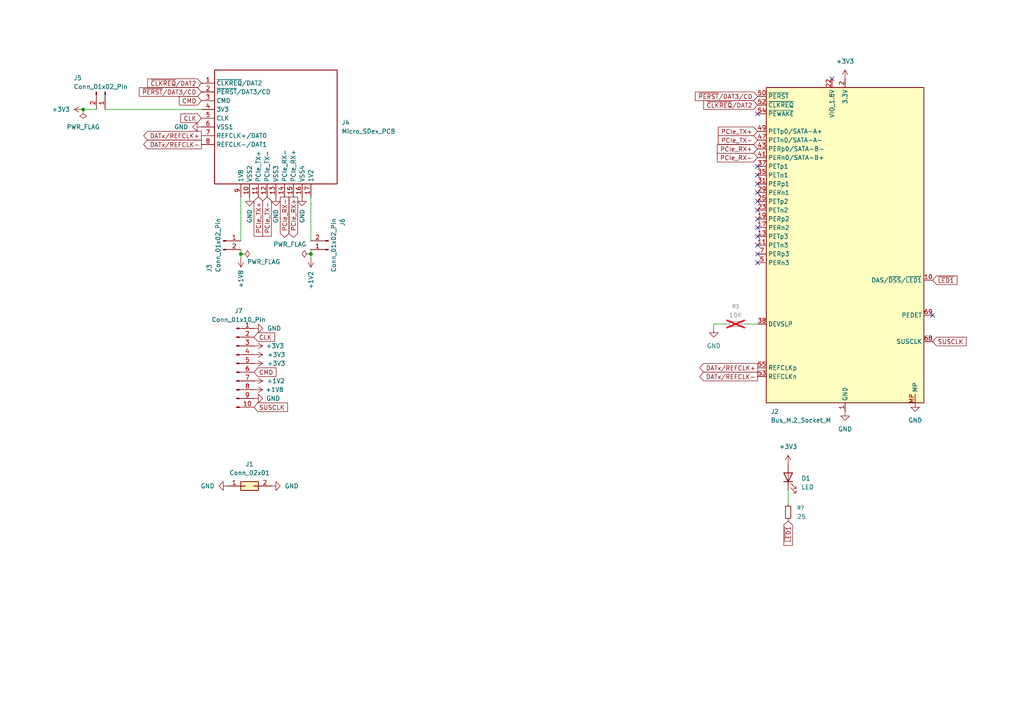
<source format=kicad_sch>
(kicad_sch (version 20250114) (generator "eeschema") (generator_version "9.0")
  (paper "A4")
  (lib_symbols
    (symbol "Connector:Conn_01x02_Pin" (pin_names (offset 1.016) (hide yes))
      (property "Reference" "J" (at 0 2.54 0))
      (property "Value" "Conn_01x02_Pin" (at 0 -5.08 0))
      (symbol "Conn_01x02_Pin_1_1"
        (rectangle (start 0.8636 0.127) (end 0 -0.127) (stroke (width 0.1524)) (fill (type outline)))
        (rectangle (start 0.8636 -2.413) (end 0 -2.667) (stroke (width 0.1524)) (fill (type outline)))
        (polyline (pts (xy 1.27 0) (xy 0.8636 0)) (stroke (width 0.1524)))
        (polyline (pts (xy 1.27 -2.54) (xy 0.8636 -2.54)) (stroke (width 0.1524)))
        (pin passive line (at 5.08 0 180) (length 3.81) (name "Pin_1") (number "1"))
        (pin passive line (at 5.08 -2.54 180) (length 3.81) (name "Pin_2") (number "2"))
      )
    )
    (symbol "Connector:Conn_01x10_Pin" (pin_names (offset 1.016) (hide yes))
      (property "Reference" "J" (at 0 12.7 0))
      (property "Value" "Conn_01x10_Pin" (at 0 -15.24 0))
      (symbol "Conn_01x10_Pin_1_1"
        (rectangle (start 0.8636 10.287) (end 0 10.033) (stroke (width 0.1524)) (fill (type outline)))
        (rectangle (start 0.8636 7.747) (end 0 7.493) (stroke (width 0.1524)) (fill (type outline)))
        (rectangle (start 0.8636 5.207) (end 0 4.953) (stroke (width 0.1524)) (fill (type outline)))
        (rectangle (start 0.8636 2.667) (end 0 2.413) (stroke (width 0.1524)) (fill (type outline)))
        (rectangle (start 0.8636 0.127) (end 0 -0.127) (stroke (width 0.1524)) (fill (type outline)))
        (rectangle (start 0.8636 -2.413) (end 0 -2.667) (stroke (width 0.1524)) (fill (type outline)))
        (rectangle (start 0.8636 -4.953) (end 0 -5.207) (stroke (width 0.1524)) (fill (type outline)))
        (rectangle (start 0.8636 -7.493) (end 0 -7.747) (stroke (width 0.1524)) (fill (type outline)))
        (rectangle (start 0.8636 -10.033) (end 0 -10.287) (stroke (width 0.1524)) (fill (type outline)))
        (rectangle (start 0.8636 -12.573) (end 0 -12.827) (stroke (width 0.1524)) (fill (type outline)))
        (polyline (pts (xy 1.27 10.16) (xy 0.8636 10.16)) (stroke (width 0.1524)))
        (polyline (pts (xy 1.27 7.62) (xy 0.8636 7.62)) (stroke (width 0.1524)))
        (polyline (pts (xy 1.27 5.08) (xy 0.8636 5.08)) (stroke (width 0.1524)))
        (polyline (pts (xy 1.27 2.54) (xy 0.8636 2.54)) (stroke (width 0.1524)))
        (polyline (pts (xy 1.27 0) (xy 0.8636 0)) (stroke (width 0.1524)))
        (polyline (pts (xy 1.27 -2.54) (xy 0.8636 -2.54)) (stroke (width 0.1524)))
        (polyline (pts (xy 1.27 -5.08) (xy 0.8636 -5.08)) (stroke (width 0.1524)))
        (polyline (pts (xy 1.27 -7.62) (xy 0.8636 -7.62)) (stroke (width 0.1524)))
        (polyline (pts (xy 1.27 -10.16) (xy 0.8636 -10.16)) (stroke (width 0.1524)))
        (polyline (pts (xy 1.27 -12.7) (xy 0.8636 -12.7)) (stroke (width 0.1524)))
        (pin passive line (at 5.08 10.16 180) (length 3.81) (name "Pin_1") (number "1"))
        (pin passive line (at 5.08 7.62 180) (length 3.81) (name "Pin_2") (number "2"))
        (pin passive line (at 5.08 5.08 180) (length 3.81) (name "Pin_3") (number "3"))
        (pin passive line (at 5.08 2.54 180) (length 3.81) (name "Pin_4") (number "4"))
        (pin passive line (at 5.08 0 180) (length 3.81) (name "Pin_5") (number "5"))
        (pin passive line (at 5.08 -2.54 180) (length 3.81) (name "Pin_6") (number "6"))
        (pin passive line (at 5.08 -5.08 180) (length 3.81) (name "Pin_7") (number "7"))
        (pin passive line (at 5.08 -7.62 180) (length 3.81) (name "Pin_8") (number "8"))
        (pin passive line (at 5.08 -10.16 180) (length 3.81) (name "Pin_9") (number "9"))
        (pin passive line (at 5.08 -12.7 180) (length 3.81) (name "Pin_10") (number "10"))
      )
    )
    (symbol "Connector_Generic:Conn_02x01" (pin_names (offset 1.016) (hide yes))
      (property "Reference" "J" (at 1.27 2.54 0))
      (property "Value" "Conn_02x01" (at 1.27 -2.54 0))
      (symbol "Conn_02x01_1_1"
        (rectangle (start -1.27 1.27) (end 3.81 -1.27) (stroke (width 0.254)) (fill (type background)))
        (rectangle (start -1.27 0.127) (end 0 -0.127) (stroke (width 0.1524)))
        (rectangle (start 3.81 0.127) (end 2.54 -0.127) (stroke (width 0.1524)))
        (pin passive line (at -5.08 0 0) (length 3.81) (name "Pin_1") (number "1"))
        (pin passive line (at 7.62 0 180) (length 3.81) (name "Pin_2") (number "2"))
      )
    )
    (symbol "Device:LED" (pin_numbers (hide yes)) (pin_names (offset 1.016) (hide yes))
      (property "Reference" "D" (at 0 2.54 0))
      (property "Value" "LED" (at 0 -2.54 0))
      (symbol "LED_0_1"
        (polyline (pts (xy -3.048 -0.762) (xy -4.572 -2.286) (xy -3.81 -2.286) (xy -4.572 -2.286) (xy -4.572 -1.524)))
        (polyline (pts (xy -1.778 -0.762) (xy -3.302 -2.286) (xy -2.54 -2.286) (xy -3.302 -2.286) (xy -3.302 -1.524)))
        (polyline (pts (xy -1.27 0) (xy 1.27 0)))
        (polyline (pts (xy -1.27 -1.27) (xy -1.27 1.27)) (stroke (width 0.254)))
        (polyline (pts (xy 1.27 -1.27) (xy 1.27 1.27) (xy -1.27 0) (xy 1.27 -1.27)) (stroke (width 0.254)))
      )
      (symbol "LED_1_1"
        (pin passive line (at -3.81 0 0) (length 2.54) (name "K") (number "1"))
        (pin passive line (at 3.81 0 180) (length 2.54) (name "A") (number "2"))
      )
    )
    (symbol "Device:R_Small" (pin_numbers (hide yes)) (pin_names (offset 0.254) (hide yes))
      (property "Reference" "R" (at 0 0 90))
      (property "Value" "R_Small" (at 1.778 0 90))
      (symbol "R_Small_0_1"
        (rectangle (start -0.762 1.778) (end 0.762 -1.778) (stroke (width 0.2032)))
      )
      (symbol "R_Small_1_1"
        (pin passive line (at 0 2.54 270) (length 0.762) (name "~") (number "1"))
        (pin passive line (at 0 -2.54 90) (length 0.762) (name "~") (number "2"))
      )
    )
    (symbol "m1cha:Bus_M.2_Socket_M_Platform"
      (property "Reference" "J" (at -22.86 46.99 0))
      (property "Value" "Bus_M.2_Socket_M_Platform" (at 16.51 46.99 0))
      (symbol "Bus_M.2_Socket_M_Platform_0_1"
        (rectangle (start -22.86 45.72) (end 22.86 -45.72) (stroke (width 0.254)) (fill (type background)))
      )
      (symbol "Bus_M.2_Socket_M_Platform_1_1"
        (pin input line (at -25.4 43.18 0) (length 2.54) (name "~{PERST}") (number "50"))
        (pin bidirectional line (at -25.4 40.64 0) (length 2.54) (name "~{CLKREQ}") (number "52"))
        (pin bidirectional line (at -25.4 38.1 0) (length 2.54) (name "~{PEWAKE}") (number "54"))
        (pin input line (at -25.4 33.02 0) (length 2.54) (name "PETp0/SATA-A+") (number "49"))
        (pin input line (at -25.4 30.48 0) (length 2.54) (name "PETn0/SATA-A-") (number "47"))
        (pin output line (at -25.4 27.94 0) (length 2.54) (name "PERp0/SATA-B-") (number "43"))
        (pin output line (at -25.4 25.4 0) (length 2.54) (name "PERn0/SATA-B+") (number "41"))
        (pin input line (at -25.4 22.86 0) (length 2.54) (name "PETp1") (number "37"))
        (pin input line (at -25.4 20.32 0) (length 2.54) (name "PETn1") (number "35"))
        (pin output line (at -25.4 17.78 0) (length 2.54) (name "PERp1") (number "31"))
        (pin output line (at -25.4 15.24 0) (length 2.54) (name "PERn1") (number "29"))
        (pin input line (at -25.4 12.7 0) (length 2.54) (name "PETp2") (number "25"))
        (pin input line (at -25.4 10.16 0) (length 2.54) (name "PETn2") (number "23"))
        (pin output line (at -25.4 7.62 0) (length 2.54) (name "PERp2") (number "19"))
        (pin output line (at -25.4 5.08 0) (length 2.54) (name "PERn2") (number "17"))
        (pin input line (at -25.4 2.54 0) (length 2.54) (name "PETp3") (number "13"))
        (pin input line (at -25.4 0 0) (length 2.54) (name "PETn3") (number "11"))
        (pin output line (at -25.4 -2.54 0) (length 2.54) (name "PERp3") (number "7"))
        (pin output line (at -25.4 -5.08 0) (length 2.54) (name "PERn3") (number "5"))
        (pin input line (at -25.4 -22.86 0) (length 2.54) (name "DEVSLP") (number "38"))
        (pin input line (at -25.4 -35.56 0) (length 2.54) (name "REFCLKp") (number "55"))
        (pin input line (at -25.4 -38.1 0) (length 2.54) (name "REFCLKn") (number "53"))
        (pin power_in line (at -3.81 48.26 270) (length 2.54) (name "VIO_1.8V") (number "22"))
        (pin passive line (at 0 48.26 270) (length 2.54) (hide yes) (name "3.3V") (number "12"))
        (pin passive line (at 0 48.26 270) (length 2.54) (hide yes) (name "3.3V") (number "14"))
        (pin passive line (at 0 48.26 270) (length 2.54) (hide yes) (name "3.3V") (number "16"))
        (pin passive line (at 0 48.26 270) (length 2.54) (hide yes) (name "3.3V") (number "18"))
        (pin power_in line (at 0 48.26 270) (length 2.54) (name "3.3V") (number "2"))
        (pin passive line (at 0 48.26 270) (length 2.54) (hide yes) (name "3.3V") (number "4"))
        (pin passive line (at 0 48.26 270) (length 2.54) (hide yes) (name "3.3V") (number "70"))
        (pin passive line (at 0 48.26 270) (length 2.54) (hide yes) (name "3.3V") (number "72"))
        (pin passive line (at 0 48.26 270) (length 2.54) (hide yes) (name "3.3V") (number "74"))
        (pin power_in line (at 0 -48.26 90) (length 2.54) (name "GND") (number "1"))
        (pin passive line (at 0 -48.26 90) (length 2.54) (hide yes) (name "GND") (number "15"))
        (pin passive line (at 0 -48.26 90) (length 2.54) (hide yes) (name "GND") (number "21"))
        (pin passive line (at 0 -48.26 90) (length 2.54) (hide yes) (name "GND") (number "27"))
        (pin passive line (at 0 -48.26 90) (length 2.54) (hide yes) (name "GND") (number "3"))
        (pin passive line (at 0 -48.26 90) (length 2.54) (hide yes) (name "GND") (number "33"))
        (pin passive line (at 0 -48.26 90) (length 2.54) (hide yes) (name "GND") (number "39"))
        (pin passive line (at 0 -48.26 90) (length 2.54) (hide yes) (name "GND") (number "45"))
        (pin passive line (at 0 -48.26 90) (length 2.54) (hide yes) (name "GND") (number "51"))
        (pin passive line (at 0 -48.26 90) (length 2.54) (hide yes) (name "GND") (number "57"))
        (pin passive line (at 0 -48.26 90) (length 2.54) (hide yes) (name "GND") (number "71"))
        (pin passive line (at 0 -48.26 90) (length 2.54) (hide yes) (name "GND") (number "73"))
        (pin passive line (at 0 -48.26 90) (length 2.54) (hide yes) (name "GND") (number "75"))
        (pin passive line (at 0 -48.26 90) (length 2.54) (hide yes) (name "GND") (number "9"))
        (pin power_in line (at 20.32 -45.72 90) (length 2.54) (name "MP") (number "MP"))
        (pin no_connect line (at 22.86 40.64 180) (length 2.54) (hide yes) (name "NC") (number "58"))
        (pin no_connect line (at 22.86 38.1 180) (length 2.54) (hide yes) (name "NC") (number "56"))
        (pin no_connect line (at 22.86 35.56 180) (length 2.54) (hide yes) (name "NC") (number "48"))
        (pin no_connect line (at 22.86 33.02 180) (length 2.54) (hide yes) (name "NC") (number "46"))
        (pin no_connect line (at 22.86 30.48 180) (length 2.54) (hide yes) (name "NC") (number "44"))
        (pin no_connect line (at 22.86 27.94 180) (length 2.54) (hide yes) (name "NC") (number "42"))
        (pin no_connect line (at 22.86 25.4 180) (length 2.54) (hide yes) (name "NC") (number "40"))
        (pin no_connect line (at 22.86 22.86 180) (length 2.54) (hide yes) (name "NC") (number "36"))
        (pin no_connect line (at 22.86 20.32 180) (length 2.54) (hide yes) (name "NC") (number "34"))
        (pin no_connect line (at 22.86 17.78 180) (length 2.54) (hide yes) (name "NC") (number "32"))
        (pin no_connect line (at 22.86 15.24 180) (length 2.54) (hide yes) (name "NC") (number "30"))
        (pin no_connect line (at 22.86 12.7 180) (length 2.54) (hide yes) (name "NC") (number "28"))
        (pin no_connect line (at 22.86 10.16 180) (length 2.54) (hide yes) (name "NC") (number "26"))
        (pin no_connect line (at 22.86 7.62 180) (length 2.54) (hide yes) (name "NC") (number "24"))
        (pin no_connect line (at 22.86 2.54 180) (length 2.54) (hide yes) (name "NC") (number "20"))
        (pin no_connect line (at 22.86 0 180) (length 2.54) (hide yes) (name "NC") (number "8"))
        (pin no_connect line (at 22.86 -2.54 180) (length 2.54) (hide yes) (name "NC") (number "6"))
        (pin no_connect line (at 22.86 -5.08 180) (length 2.54) (hide yes) (name "NC") (number "67"))
        (pin bidirectional line (at 25.4 -10.16 180) (length 2.54) (name "DAS/~{DSS}/~{LED1}") (number "10"))
        (pin passive line (at 25.4 -20.32 180) (length 2.54) (name "PEDET") (number "69"))
        (pin input line (at 25.4 -27.94 180) (length 2.54) (name "SUSCLK") (number "68"))
      )
    )
    (symbol "m1cha:Micro_SDex_PCB"
      (property "Reference" "J" (at -16.51 17.78 0))
      (property "Value" "Micro_SDex_PCB" (at 16.51 17.78 0))
      (symbol "Micro_SDex_PCB_0_1"
        (polyline (pts (xy 16.51 -8.89) (xy 16.51 16.51) (xy -19.05 16.51) (xy -19.05 -16.51) (xy 16.51 -16.51) (xy 16.51 -8.89)) (stroke (width 0.254)))
      )
      (symbol "Micro_SDex_PCB_1_1"
        (pin bidirectional line (at -22.86 12.7 0) (length 3.81) (name "~{CLKREQ}/DAT2") (number "1"))
        (pin bidirectional line (at -22.86 10.16 0) (length 3.81) (name "~{PERST}/DAT3/CD") (number "2"))
        (pin output line (at -22.86 7.62 0) (length 3.81) (name "CMD") (number "3"))
        (pin power_out line (at -22.86 5.08 0) (length 3.81) (name "3V3") (number "4"))
        (pin output line (at -22.86 2.54 0) (length 3.81) (name "CLK") (number "5"))
        (pin power_out line (at -22.86 0 0) (length 3.81) (name "VSS1") (number "6"))
        (pin bidirectional line (at -22.86 -2.54 0) (length 3.81) (name "REFCLK+/DAT0") (number "7"))
        (pin bidirectional line (at -22.86 -5.08 0) (length 3.81) (name "REFCLK-/DAT1") (number "8"))
        (pin power_out line (at -11.43 -20.32 90) (length 3.81) (name "1V8") (number "9"))
        (pin passive line (at -8.89 -20.32 90) (length 3.81) (name "VSS2") (number "10"))
        (pin output line (at -6.35 -20.32 90) (length 3.81) (name "PCIe_TX+") (number "11"))
        (pin output line (at -3.81 -20.32 90) (length 3.81) (name "PCIe_TX-") (number "12"))
        (pin passive line (at -1.27 -20.32 90) (length 3.81) (name "VSS3") (number "13"))
        (pin input line (at 1.27 -20.32 90) (length 3.81) (name "PCIe_RX-") (number "14"))
        (pin input line (at 3.81 -20.32 90) (length 3.81) (name "PCIe_RX+") (number "15"))
        (pin passive line (at 6.35 -20.32 90) (length 3.81) (name "VSS4") (number "16"))
        (pin power_out line (at 8.89 -20.32 90) (length 3.81) (name "1V2") (number "17"))
      )
    )
    (symbol "power:+1V2" (power) (pin_numbers (hide yes)) (pin_names (offset 0) (hide yes))
      (property "Value" "+1V2" (at 0 3.556 0))
      (symbol "+1V2_0_1"
        (polyline (pts (xy -0.762 1.27) (xy 0 2.54)))
        (polyline (pts (xy 0 2.54) (xy 0.762 1.27)))
        (polyline (pts (xy 0 0) (xy 0 2.54)))
      )
      (symbol "+1V2_1_1"
        (pin power_in line (at 0 0 90) (length 0) (name "~") (number "1"))
      )
    )
    (symbol "power:+1V8" (power) (pin_numbers (hide yes)) (pin_names (offset 0) (hide yes))
      (property "Value" "+1V8" (at 0 3.556 0))
      (symbol "+1V8_0_1"
        (polyline (pts (xy -0.762 1.27) (xy 0 2.54)))
        (polyline (pts (xy 0 2.54) (xy 0.762 1.27)))
        (polyline (pts (xy 0 0) (xy 0 2.54)))
      )
      (symbol "+1V8_1_1"
        (pin power_in line (at 0 0 90) (length 0) (name "~") (number "1"))
      )
    )
    (symbol "power:+3V3" (power) (pin_numbers (hide yes)) (pin_names (offset 0) (hide yes))
      (property "Value" "+3V3" (at 0 3.556 0))
      (symbol "+3V3_0_1"
        (polyline (pts (xy -0.762 1.27) (xy 0 2.54)))
        (polyline (pts (xy 0 2.54) (xy 0.762 1.27)))
        (polyline (pts (xy 0 0) (xy 0 2.54)))
      )
      (symbol "+3V3_1_1"
        (pin power_in line (at 0 0 90) (length 0) (name "~") (number "1"))
      )
    )
    (symbol "power:GND" (power) (pin_numbers (hide yes)) (pin_names (offset 0) (hide yes))
      (property "Value" "GND" (at 0 -3.81 0))
      (symbol "GND_0_1"
        (polyline (pts (xy 0 0) (xy 0 -1.27) (xy 1.27 -1.27) (xy 0 -2.54) (xy -1.27 -1.27) (xy 0 -1.27)))
      )
      (symbol "GND_1_1"
        (pin power_in line (at 0 0 270) (length 0) (name "~") (number "1"))
      )
    )
    (symbol "power:PWR_FLAG" (power) (pin_numbers (hide yes)) (pin_names (offset 0) (hide yes))
      (property "Value" "PWR_FLAG" (at 0 3.81 0))
      (symbol "PWR_FLAG_0_0"
        (pin power_out line (at 0 0 90) (length 0) (name "~") (number "1"))
      )
      (symbol "PWR_FLAG_0_1"
        (polyline (pts (xy 0 0) (xy 0 1.27) (xy -1.016 1.905) (xy 0 2.54) (xy 1.016 1.905) (xy 0 1.27)))
      )
    )
  )
  (junction (at 90.17 73.66))
  (junction (at 69.85 73.66))
  (junction (at 24.13 31.75))
  (no_connect (at 219.71 58.42))
  (no_connect (at 219.71 60.96))
  (no_connect (at 241.3 22.86))
  (no_connect (at 219.71 71.12))
  (no_connect (at 219.71 53.34))
  (no_connect (at 219.71 48.26))
  (no_connect (at 219.71 63.5))
  (no_connect (at 219.71 66.04))
  (no_connect (at 270.51 91.44))
  (no_connect (at 219.71 33.02))
  (no_connect (at 219.71 76.2))
  (no_connect (at 219.71 68.58))
  (no_connect (at 219.71 55.88))
  (no_connect (at 219.71 50.8))
  (no_connect (at 219.71 73.66))
  (wire (pts (xy 215.9 93.98) (xy 219.71 93.98)))
  (wire (pts (xy 228.6 142.24) (xy 228.6 146.05)))
  (wire (pts (xy 24.13 31.75) (xy 27.94 31.75)))
  (wire (pts (xy 69.85 57.15) (xy 69.85 69.85)))
  (wire (pts (xy 90.17 72.39) (xy 90.17 73.66)))
  (wire (pts (xy 207.01 93.98) (xy 210.82 93.98)))
  (wire (pts (xy 90.17 73.66) (xy 90.17 74.93)))
  (wire (pts (xy 207.01 95.25) (xy 207.01 93.98)))
  (wire (pts (xy 90.17 57.15) (xy 90.17 69.85)))
  (wire (pts (xy 69.85 72.39) (xy 69.85 73.66)))
  (wire (pts (xy 30.48 31.75) (xy 58.42 31.75)))
  (wire (pts (xy 69.85 73.66) (xy 69.85 74.93)))
  (global_label "CMD" (shape input) (at 58.42 29.21 180) (property "Intersheetrefs" "${INTERSHEET_REFS}" (effects (hide yes))))
  (global_label "PCIe_RX+" (shape input) (at 219.71 43.18 180) (property "Intersheetrefs" "${INTERSHEET_REFS}" (effects (hide yes))))
  (global_label "SUSCLK" (shape input) (at 270.51 99.06 0) (property "Intersheetrefs" "${INTERSHEET_REFS}" (effects (hide yes))))
  (global_label "DATx{slash}REFCLK+" (shape output) (at 219.71 106.68 180) (property "Intersheetrefs" "${INTERSHEET_REFS}" (effects (hide yes))))
  (global_label "CLK" (shape input) (at 58.42 34.29 180) (property "Intersheetrefs" "${INTERSHEET_REFS}" (effects (hide yes))))
  (global_label "SUSCLK" (shape input) (at 73.66 118.11 0) (property "Intersheetrefs" "${INTERSHEET_REFS}" (effects (hide yes))))
  (global_label "~{CLKREQ}{slash}DAT2" (shape input) (at 219.71 30.48 180) (property "Intersheetrefs" "${INTERSHEET_REFS}" (effects (hide yes))))
  (global_label "PCIe_TX-" (shape input) (at 219.71 40.64 180) (property "Intersheetrefs" "${INTERSHEET_REFS}" (effects (hide yes))))
  (global_label "~{PERST}{slash}DAT3{slash}CD" (shape input) (at 58.42 26.67 180) (property "Intersheetrefs" "${INTERSHEET_REFS}" (effects (hide yes))))
  (global_label "PCIe_TX+" (shape input) (at 219.71 38.1 180) (property "Intersheetrefs" "${INTERSHEET_REFS}" (effects (hide yes))))
  (global_label "PCIe_RX-" (shape output) (at 82.55 57.15 270) (property "Intersheetrefs" "${INTERSHEET_REFS}" (effects (hide yes))))
  (global_label "~{LED1}" (shape input) (at 270.51 81.28 0) (property "Intersheetrefs" "${INTERSHEET_REFS}" (effects (hide yes))))
  (global_label "CLK" (shape input) (at 73.66 97.79 0) (property "Intersheetrefs" "${INTERSHEET_REFS}" (effects (hide yes))))
  (global_label "~{CLKREQ}{slash}DAT2" (shape input) (at 58.42 24.13 180) (property "Intersheetrefs" "${INTERSHEET_REFS}" (effects (hide yes))))
  (global_label "~{PERST}{slash}DAT3{slash}CD" (shape input) (at 219.71 27.94 180) (property "Intersheetrefs" "${INTERSHEET_REFS}" (effects (hide yes))))
  (global_label "DATx{slash}REFCLK-" (shape output) (at 219.71 109.22 180) (property "Intersheetrefs" "${INTERSHEET_REFS}" (effects (hide yes))))
  (global_label "DATx{slash}REFCLK+" (shape output) (at 58.42 39.37 180) (property "Intersheetrefs" "${INTERSHEET_REFS}" (effects (hide yes))))
  (global_label "PCIe_TX+" (shape input) (at 74.93 57.15 270) (property "Intersheetrefs" "${INTERSHEET_REFS}" (effects (hide yes))))
  (global_label "PCIe_RX+" (shape output) (at 85.09 57.15 270) (property "Intersheetrefs" "${INTERSHEET_REFS}" (effects (hide yes))))
  (global_label "PCIe_RX-" (shape input) (at 219.71 45.72 180) (property "Intersheetrefs" "${INTERSHEET_REFS}" (effects (hide yes))))
  (global_label "DATx{slash}REFCLK-" (shape output) (at 58.42 41.91 180) (property "Intersheetrefs" "${INTERSHEET_REFS}" (effects (hide yes))))
  (global_label "PCIe_TX-" (shape input) (at 77.47 57.15 270) (property "Intersheetrefs" "${INTERSHEET_REFS}" (effects (hide yes))))
  (global_label "CMD" (shape input) (at 73.66 107.95 0) (property "Intersheetrefs" "${INTERSHEET_REFS}" (effects (hide yes))))
  (global_label "~{LED1}" (shape input) (at 228.6 151.13 270) (property "Intersheetrefs" "${INTERSHEET_REFS}" (effects (hide yes))))
  (symbol (lib_id "Connector_Generic:Conn_02x01") (at 71.12 140.97 0) (unit 1)
    (property "Reference" "J1" (at 72.39 134.62 0))
    (property "Value" "Conn_02x01" (at 72.39 137.16 0))
    (property "Footprint" "Connector_PinHeader_2.54mm:PinHeader_1x02_P2.54mm_Vertical" (effects (hide yes)))
    (property "Description" "Generic connector, double row, 02x01, this symbol is compatible with counter-clockwise, top-bottom and odd-even numbering schemes., script generated (kicad-library-utils/schlib/autogen/connector/)" (effects (hide yes)))
  )
  (symbol (lib_id "Device:LED") (at 228.6 138.43 90) (unit 1)
    (property "Reference" "D1" (at 232.41 138.7474 90) (effects (justify right)))
    (property "Value" "LED" (at 232.41 141.2874 90) (effects (justify right)))
    (property "Footprint" "LED_SMD:LED_0805_2012Metric" (effects (hide yes)))
    (property "Description" "Light emitting diode" (effects (hide yes)))
    (property "Sim.Pins" "1=K 2=A" (effects (hide yes)))
    (property "LCSC Part #" "C2297" (effects (hide yes)))
  )
  (symbol (lib_id "power:GND") (at 265.43 116.84 0) (unit 1)
    (property "Reference" "#PWR012" (effects (hide yes)))
    (property "Value" "GND" (at 265.43 121.92 0))
    (property "Description" "Power symbol creates a global label with name \"GND\" , ground" (effects (hide yes)))
  )
  (symbol (lib_id "power:PWR_FLAG") (at 69.85 73.66 270) (unit 1)
    (property "Reference" "#FLG01" (effects (hide yes)))
    (property "Value" "PWR_FLAG" (at 71.628 75.946 90) (effects (justify left)))
    (property "Description" "Special symbol for telling ERC where power comes from" (effects (hide yes)))
  )
  (symbol (lib_id "m1cha:Micro_SDex_PCB") (at 81.28 36.83 0) (unit 1)
    (property "Reference" "J4" (at 99.06 35.5599 0) (effects (justify left)))
    (property "Value" "Micro_SDex_PCB" (at 99.06 38.0999 0) (effects (justify left)))
    (property "Footprint" "m1cha:usdex-male-open_bottom" (effects (hide yes)))
    (property "Description" "Micro SD Card PCB" (effects (hide yes)))
  )
  (symbol (lib_id "power:GND") (at 73.66 115.57 90) (unit 1)
    (property "Reference" "#PWR015" (effects (hide yes)))
    (property "Value" "GND" (at 81.28 115.57 90) (effects (justify left)))
    (property "Description" "Power symbol creates a global label with name \"GND\" , ground" (effects (hide yes)))
  )
  (symbol (lib_id "Connector:Conn_01x02_Pin") (at 64.77 69.85 0) (unit 1)
    (property "Reference" "J3" (at 60.706 78.994 90) (effects (justify left)))
    (property "Value" "Conn_01x02_Pin" (at 63.246 78.994 90) (effects (justify left)))
    (property "Footprint" "Connector_PinHeader_2.54mm:PinHeader_1x02_P2.54mm_Vertical" (effects (hide yes)))
    (property "Description" "Generic connector, single row, 01x02, script generated" (effects (hide yes)))
  )
  (symbol (lib_id "Device:R_Small") (at 228.6 148.59 0) (unit 1)
    (property "Reference" "R7" (at 231.14 147.3199 0) (effects (font (size 1.016 1.016)) (justify left)))
    (property "Value" "25" (at 231.14 149.8599 0) (effects (justify left)))
    (property "Footprint" "Resistor_SMD:R_0805_2012Metric" (effects (hide yes)))
    (property "Description" "Resistor, small symbol" (effects (hide yes)))
    (property "LCSC Part #" "C17544" (effects (hide yes)))
  )
  (symbol (lib_id "power:GND") (at 245.11 119.38 0) (unit 1)
    (property "Reference" "#PWR010" (effects (hide yes)))
    (property "Value" "GND" (at 245.11 124.46 0))
    (property "Description" "Power symbol creates a global label with name \"GND\" , ground" (effects (hide yes)))
  )
  (symbol (lib_id "power:GND") (at 66.04 140.97 270) (unit 1)
    (property "Reference" "#PWR011" (effects (hide yes)))
    (property "Value" "GND" (at 60.198 140.97 90))
    (property "Description" "Power symbol creates a global label with name \"GND\" , ground" (effects (hide yes)))
  )
  (symbol (lib_id "power:+3V3") (at 73.66 105.41 270) (unit 1)
    (property "Reference" "#PWR05" (effects (hide yes)))
    (property "Value" "+3V3" (at 77.47 105.4099 90) (effects (justify left)))
    (property "Description" "Power symbol creates a global label with name \"+3V3\"" (effects (hide yes)))
  )
  (symbol (lib_id "power:+1V8") (at 69.85 74.93 180) (unit 1)
    (property "Reference" "#PWR044" (effects (hide yes)))
    (property "Value" "+1V8" (at 69.85 83.566 90) (effects (justify right)))
    (property "Description" "Power symbol creates a global label with name \"+1V8\"" (effects (hide yes)))
  )
  (symbol (lib_id "Connector:Conn_01x10_Pin") (at 68.58 105.41 0) (unit 1)
    (property "Reference" "J7" (at 69.215 90.17 0))
    (property "Value" "Conn_01x10_Pin" (at 69.215 92.71 0))
    (property "Footprint" "Connector_PinHeader_2.54mm:PinHeader_1x10_P2.54mm_Vertical" (effects (hide yes)))
    (property "Description" "Generic connector, single row, 01x10, script generated" (effects (hide yes)))
  )
  (symbol (lib_id "power:GND") (at 78.74 140.97 90) (unit 1)
    (property "Reference" "#PWR09" (effects (hide yes)))
    (property "Value" "GND" (at 84.582 140.97 90))
    (property "Description" "Power symbol creates a global label with name \"GND\" , ground" (effects (hide yes)))
  )
  (symbol (lib_id "power:+3V3") (at 245.11 22.86 0) (unit 1)
    (property "Reference" "#PWR054" (effects (hide yes)))
    (property "Value" "+3V3" (at 245.11 17.78 0))
    (property "Description" "Power symbol creates a global label with name \"+3V3\"" (effects (hide yes)))
  )
  (symbol (lib_id "power:GND") (at 87.63 57.15 0) (unit 1)
    (property "Reference" "#PWR02" (effects (hide yes)))
    (property "Value" "GND" (at 87.63 64.77 90) (effects (justify left)))
    (property "Description" "Power symbol creates a global label with name \"GND\" , ground" (effects (hide yes)))
  )
  (symbol (lib_id "power:GND") (at 80.01 57.15 0) (unit 1)
    (property "Reference" "#PWR01" (effects (hide yes)))
    (property "Value" "GND" (at 80.01 64.77 90) (effects (justify left)))
    (property "Description" "Power symbol creates a global label with name \"GND\" , ground" (effects (hide yes)))
  )
  (symbol (lib_id "power:+3V3") (at 24.13 31.75 90) (unit 1)
    (property "Reference" "#PWR046" (effects (hide yes)))
    (property "Value" "+3V3" (at 20.32 31.7499 90) (effects (justify left)))
    (property "Description" "Power symbol creates a global label with name \"+3V3\"" (effects (hide yes)))
  )
  (symbol (lib_id "power:+1V8") (at 73.66 113.03 270) (unit 1)
    (property "Reference" "#PWR04" (effects (hide yes)))
    (property "Value" "+1V8" (at 82.296 113.03 90) (effects (justify right)))
    (property "Description" "Power symbol creates a global label with name \"+1V8\"" (effects (hide yes)))
  )
  (symbol (lib_id "power:+3V3") (at 73.66 100.33 270) (unit 1)
    (property "Reference" "#PWR047" (effects (hide yes)))
    (property "Value" "+3V3" (at 79.756 100.33 90))
    (property "Description" "Power symbol creates a global label with name \"+3V3\"" (effects (hide yes)))
  )
  (symbol (lib_id "power:GND") (at 72.39 57.15 0) (unit 1)
    (property "Reference" "#PWR08" (effects (hide yes)))
    (property "Value" "GND" (at 72.39 64.77 90) (effects (justify left)))
    (property "Description" "Power symbol creates a global label with name \"GND\" , ground" (effects (hide yes)))
  )
  (symbol (lib_id "m1cha:Bus_M.2_Socket_M_Platform") (at 245.11 71.12 0) (unit 1)
    (property "Reference" "J2" (at 223.52 119.38 0) (effects (justify left)))
    (property "Value" "Bus_M.2_Socket_M" (at 223.52 121.92 0) (effects (justify left)))
    (property "Footprint" "m1cha:CONN-SMD_APCI0146-P001A-nohole" (effects (hide yes)))
    (property "Datasheet" "https://web.archive.org/web/20200613074028/http://read.pudn.com/downloads794/doc/project/3133918/PCIe_M.2_Electromechanical_Spec_Rev1.0_Final_11012013_RS_Clean.pdf#page=155" (effects (hide yes)))
    (property "Description" "M.2 Socket 3 Mechanical Key M" (effects (hide yes)))
    (property "LCSC Part #" "C841645" (effects (hide yes)))
    (property "FT Position Offset" "0,38.85" (effects (hide yes)))
  )
  (symbol (lib_id "Connector:Conn_01x02_Pin") (at 95.25 72.39 180) (unit 1)
    (property "Reference" "J6" (at 99.314 63.246 90) (effects (justify left)))
    (property "Value" "Conn_01x02_Pin" (at 96.774 63.246 90) (effects (justify left)))
    (property "Footprint" "Connector_PinHeader_2.54mm:PinHeader_1x02_P2.54mm_Vertical" (effects (hide yes)))
    (property "Description" "Generic connector, single row, 01x02, script generated" (effects (hide yes)))
  )
  (symbol (lib_id "power:GND") (at 207.01 95.25 0) (unit 1)
    (property "Reference" "#PWR028" (effects (hide yes)))
    (property "Value" "GND" (at 207.01 100.33 0))
    (property "Description" "Power symbol creates a global label with name \"GND\" , ground" (effects (hide yes)))
  )
  (symbol (lib_id "power:PWR_FLAG") (at 90.17 73.66 90) (unit 1)
    (property "Reference" "#FLG04" (effects (hide yes)))
    (property "Value" "PWR_FLAG" (at 88.9 70.866 90) (effects (justify left)))
    (property "Description" "Special symbol for telling ERC where power comes from" (effects (hide yes)))
  )
  (symbol (lib_id "power:+3V3") (at 228.6 134.62 0) (unit 1)
    (property "Reference" "#PWR055" (effects (hide yes)))
    (property "Value" "+3V3" (at 228.6 129.54 0))
    (property "Description" "Power symbol creates a global label with name \"+3V3\"" (effects (hide yes)))
  )
  (symbol (lib_id "power:+3V3") (at 73.66 102.87 270) (unit 1)
    (property "Reference" "#PWR014" (effects (hide yes)))
    (property "Value" "+3V3" (at 77.47 102.8699 90) (effects (justify left)))
    (property "Description" "Power symbol creates a global label with name \"+3V3\"" (effects (hide yes)))
  )
  (symbol (lib_id "power:GND") (at 73.66 95.25 90) (unit 1)
    (property "Reference" "#PWR07" (effects (hide yes)))
    (property "Value" "GND" (at 79.502 95.25 90))
    (property "Description" "Power symbol creates a global label with name \"GND\" , ground" (effects (hide yes)))
  )
  (symbol (lib_id "power:+1V2") (at 73.66 110.49 270) (unit 1)
    (property "Reference" "#PWR06" (effects (hide yes)))
    (property "Value" "+1V2" (at 80.01 110.49 90))
    (property "Description" "Power symbol creates a global label with name \"+1V2\"" (effects (hide yes)))
  )
  (symbol (lib_id "Connector:Conn_01x02_Pin") (at 30.48 26.67 270) (unit 1)
    (property "Reference" "J5" (at 21.336 22.606 90) (effects (justify left)))
    (property "Value" "Conn_01x02_Pin" (at 21.336 25.146 90) (effects (justify left)))
    (property "Footprint" "Connector_PinHeader_2.54mm:PinHeader_1x02_P2.54mm_Vertical" (effects (hide yes)))
    (property "Description" "Generic connector, single row, 01x02, script generated" (effects (hide yes)))
  )
  (symbol (lib_id "power:PWR_FLAG") (at 24.13 31.75 180) (unit 1)
    (property "Reference" "#FLG03" (effects (hide yes)))
    (property "Value" "PWR_FLAG" (at 24.13 36.83 0))
    (property "Description" "Special symbol for telling ERC where power comes from" (effects (hide yes)))
  )
  (symbol (lib_id "power:+1V2") (at 90.17 74.93 180) (unit 1)
    (property "Reference" "#PWR03" (effects (hide yes)))
    (property "Value" "+1V2" (at 90.17 81.28 90))
    (property "Description" "Power symbol creates a global label with name \"+1V2\"" (effects (hide yes)))
  )
  (symbol (lib_id "Device:R_Small") (at 213.36 93.98 90) (unit 1) (dnp yes)
    (property "Reference" "R3" (at 213.36 88.9 90) (effects (font (size 1.016 1.016))))
    (property "Value" "10K" (at 213.36 91.44 90))
    (property "Footprint" "Resistor_SMD:R_0402_1005Metric" (effects (hide yes)))
    (property "Description" "Resistor, small symbol" (effects (hide yes)))
  )
  (symbol (lib_id "power:GND") (at 58.42 36.83 270) (unit 1)
    (property "Reference" "#PWR045" (effects (hide yes)))
    (property "Value" "GND" (at 54.61 36.8299 90) (effects (justify right)))
    (property "Description" "Power symbol creates a global label with name \"GND\" , ground" (effects (hide yes)))
  )
)
</source>
